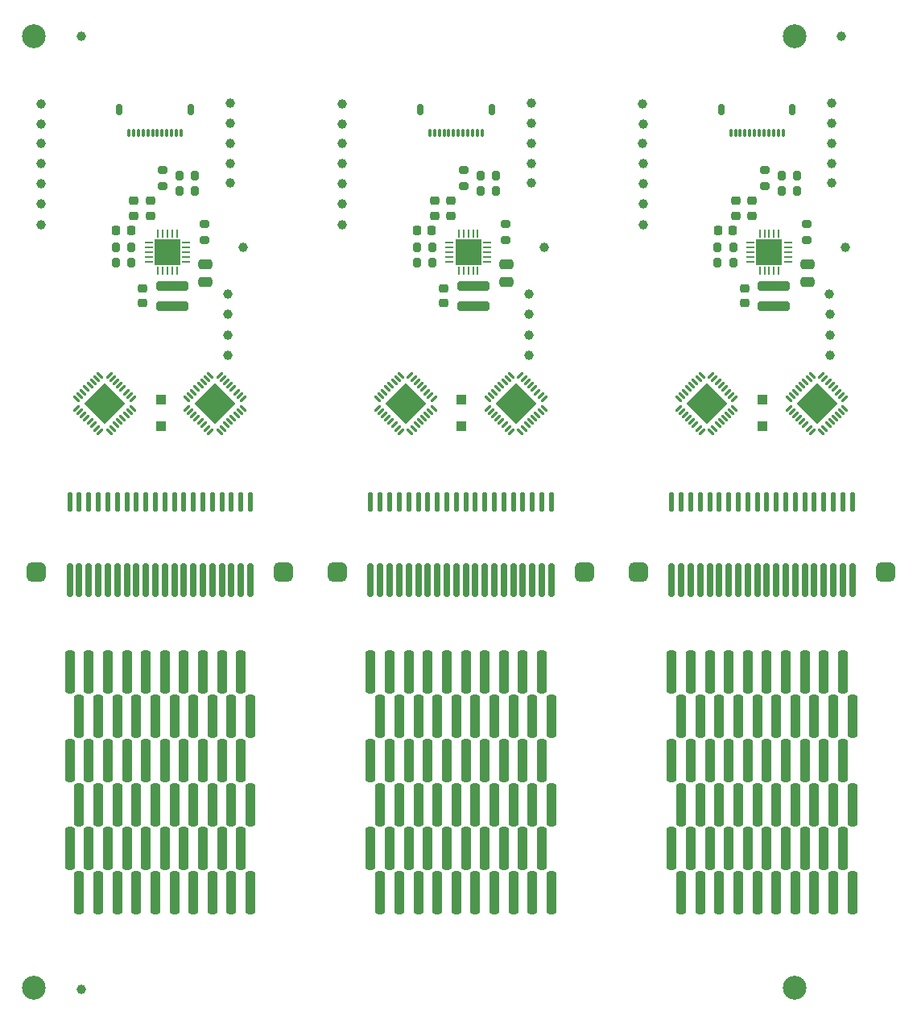
<source format=gbr>
%TF.GenerationSoftware,KiCad,Pcbnew,(6.0.5)*%
%TF.CreationDate,2022-11-09T23:01:59+01:00*%
%TF.ProjectId,piezo_driver_panel,7069657a-6f5f-4647-9269-7665725f7061,rev?*%
%TF.SameCoordinates,PXe4e1c0PYe4e1c0*%
%TF.FileFunction,Soldermask,Top*%
%TF.FilePolarity,Negative*%
%FSLAX46Y46*%
G04 Gerber Fmt 4.6, Leading zero omitted, Abs format (unit mm)*
G04 Created by KiCad (PCBNEW (6.0.5)) date 2022-11-09 23:01:59*
%MOMM*%
%LPD*%
G01*
G04 APERTURE LIST*
G04 Aperture macros list*
%AMRoundRect*
0 Rectangle with rounded corners*
0 $1 Rounding radius*
0 $2 $3 $4 $5 $6 $7 $8 $9 X,Y pos of 4 corners*
0 Add a 4 corners polygon primitive as box body*
4,1,4,$2,$3,$4,$5,$6,$7,$8,$9,$2,$3,0*
0 Add four circle primitives for the rounded corners*
1,1,$1+$1,$2,$3*
1,1,$1+$1,$4,$5*
1,1,$1+$1,$6,$7*
1,1,$1+$1,$8,$9*
0 Add four rect primitives between the rounded corners*
20,1,$1+$1,$2,$3,$4,$5,0*
20,1,$1+$1,$4,$5,$6,$7,0*
20,1,$1+$1,$6,$7,$8,$9,0*
20,1,$1+$1,$8,$9,$2,$3,0*%
%AMRotRect*
0 Rectangle, with rotation*
0 The origin of the aperture is its center*
0 $1 length*
0 $2 width*
0 $3 Rotation angle, in degrees counterclockwise*
0 Add horizontal line*
21,1,$1,$2,0,0,$3*%
G04 Aperture macros list end*
%ADD10C,1.000000*%
%ADD11RoundRect,0.225000X0.250000X-0.225000X0.250000X0.225000X-0.250000X0.225000X-0.250000X-0.225000X0*%
%ADD12RoundRect,0.200000X-0.200000X-0.275000X0.200000X-0.275000X0.200000X0.275000X-0.200000X0.275000X0*%
%ADD13RoundRect,0.200000X0.275000X-0.200000X0.275000X0.200000X-0.275000X0.200000X-0.275000X-0.200000X0*%
%ADD14RoundRect,0.075000X0.075000X0.325000X-0.075000X0.325000X-0.075000X-0.325000X0.075000X-0.325000X0*%
%ADD15RoundRect,0.150000X0.150000X0.450000X-0.150000X0.450000X-0.150000X-0.450000X0.150000X-0.450000X0*%
%ADD16RoundRect,0.062500X0.309359X-0.220971X-0.220971X0.309359X-0.309359X0.220971X0.220971X-0.309359X0*%
%ADD17RoundRect,0.062500X0.309359X0.220971X0.220971X0.309359X-0.309359X-0.220971X-0.220971X-0.309359X0*%
%ADD18RotRect,3.100000X3.100000X135.000000*%
%ADD19RoundRect,0.062500X-0.350000X-0.062500X0.350000X-0.062500X0.350000X0.062500X-0.350000X0.062500X0*%
%ADD20RoundRect,0.062500X-0.062500X-0.350000X0.062500X-0.350000X0.062500X0.350000X-0.062500X0.350000X0*%
%ADD21R,2.700000X2.700000*%
%ADD22C,2.500000*%
%ADD23R,1.100000X1.100000*%
%ADD24RoundRect,0.062500X-0.220971X-0.309359X0.309359X0.220971X0.220971X0.309359X-0.309359X-0.220971X0*%
%ADD25RoundRect,0.062500X0.220971X-0.309359X0.309359X-0.220971X-0.220971X0.309359X-0.309359X0.220971X0*%
%ADD26RotRect,3.100000X3.100000X45.000000*%
%ADD27RoundRect,0.225000X0.225000X0.250000X-0.225000X0.250000X-0.225000X-0.250000X0.225000X-0.250000X0*%
%ADD28RoundRect,0.250000X-0.475000X0.250000X-0.475000X-0.250000X0.475000X-0.250000X0.475000X0.250000X0*%
%ADD29RoundRect,0.200000X0.200000X0.275000X-0.200000X0.275000X-0.200000X-0.275000X0.200000X-0.275000X0*%
%ADD30RoundRect,0.200000X-0.275000X0.200000X-0.275000X-0.200000X0.275000X-0.200000X0.275000X0.200000X0*%
%ADD31RoundRect,0.125000X-0.125000X-0.875000X0.125000X-0.875000X0.125000X0.875000X-0.125000X0.875000X0*%
%ADD32RoundRect,0.500000X-0.500000X-0.500000X0.500000X-0.500000X0.500000X0.500000X-0.500000X0.500000X0*%
%ADD33RoundRect,0.150000X-0.150000X-1.600000X0.150000X-1.600000X0.150000X1.600000X-0.150000X1.600000X0*%
%ADD34RoundRect,0.250000X-0.250000X-2.000000X0.250000X-2.000000X0.250000X2.000000X-0.250000X2.000000X0*%
%ADD35RoundRect,0.250000X-1.450000X0.250000X-1.450000X-0.250000X1.450000X-0.250000X1.450000X0.250000X0*%
G04 APERTURE END LIST*
D10*
%TO.C,TP9*%
X23150000Y-13750000D03*
%TD*%
%TO.C,TP5*%
X24550000Y-24700000D03*
%TD*%
%TO.C,TP2*%
X22916666Y-36050000D03*
%TD*%
D11*
%TO.C,C5*%
X77250000Y-30575000D03*
X77250000Y-29025000D03*
%TD*%
D10*
%TO.C,TP6*%
X23150000Y-9550000D03*
%TD*%
%TO.C,TP13*%
X34908333Y-13800000D03*
%TD*%
%TO.C,TP13*%
X66558333Y-13800000D03*
%TD*%
D12*
%TO.C,R4*%
X17825000Y-18800000D03*
X19475000Y-18800000D03*
%TD*%
D10*
%TO.C,TP2*%
X86216666Y-36050000D03*
%TD*%
%TO.C,TP15*%
X3283332Y-20150000D03*
%TD*%
%TO.C,TP11*%
X23150000Y-15850000D03*
%TD*%
D11*
%TO.C,C3*%
X46400000Y-21375000D03*
X46400000Y-19825000D03*
%TD*%
D10*
%TO.C,TP6*%
X86450000Y-9550000D03*
%TD*%
D13*
%TO.C,R3*%
X20450000Y-23925000D03*
X20450000Y-22275000D03*
%TD*%
D12*
%TO.C,R1*%
X11125000Y-26300000D03*
X12775000Y-26300000D03*
%TD*%
D14*
%TO.C,J1*%
X75800000Y-12700000D03*
X76300000Y-12700000D03*
X76800000Y-12700000D03*
X77300000Y-12700000D03*
X77800000Y-12700000D03*
X78300000Y-12700000D03*
X78800000Y-12700000D03*
X79300000Y-12700000D03*
X79800000Y-12700000D03*
X80300000Y-12700000D03*
X80800000Y-12700000D03*
X81300000Y-12700000D03*
D15*
X82300000Y-10200000D03*
X74800000Y-10200000D03*
%TD*%
D16*
%TO.C,U2*%
X85336136Y-44061010D03*
X85689689Y-43707456D03*
X86043243Y-43353903D03*
X86396796Y-43000349D03*
X86750349Y-42646796D03*
X87103903Y-42293243D03*
X87457456Y-41939689D03*
X87811010Y-41586136D03*
D17*
X87811010Y-40613864D03*
X87457456Y-40260311D03*
X87103903Y-39906757D03*
X86750349Y-39553204D03*
X86396796Y-39199651D03*
X86043243Y-38846097D03*
X85689689Y-38492544D03*
X85336136Y-38138990D03*
D16*
X84363864Y-38138990D03*
X84010311Y-38492544D03*
X83656757Y-38846097D03*
X83303204Y-39199651D03*
X82949651Y-39553204D03*
X82596097Y-39906757D03*
X82242544Y-40260311D03*
X81888990Y-40613864D03*
D17*
X81888990Y-41586136D03*
X82242544Y-41939689D03*
X82596097Y-42293243D03*
X82949651Y-42646796D03*
X83303204Y-43000349D03*
X83656757Y-43353903D03*
X84010311Y-43707456D03*
X84363864Y-44061010D03*
D18*
X84850000Y-41100000D03*
%TD*%
D19*
%TO.C,U3*%
X14587500Y-24200000D03*
X14587500Y-24700000D03*
X14587500Y-25200000D03*
X14587500Y-25700000D03*
X14587500Y-26200000D03*
D20*
X15550000Y-27162500D03*
X16050000Y-27162500D03*
X16550000Y-27162500D03*
X17050000Y-27162500D03*
X17550000Y-27162500D03*
D19*
X18512500Y-26200000D03*
X18512500Y-25700000D03*
X18512500Y-25200000D03*
X18512500Y-24700000D03*
X18512500Y-24200000D03*
D20*
X17550000Y-23237500D03*
X17050000Y-23237500D03*
X16550000Y-23237500D03*
X16050000Y-23237500D03*
X15550000Y-23237500D03*
D21*
X16550000Y-25200000D03*
%TD*%
D10*
%TO.C,TP10*%
X54800000Y-11650000D03*
%TD*%
D12*
%TO.C,R2*%
X11125000Y-24700000D03*
X12775000Y-24700000D03*
%TD*%
D16*
%TO.C,U2*%
X22036136Y-44061010D03*
X22389689Y-43707456D03*
X22743243Y-43353903D03*
X23096796Y-43000349D03*
X23450349Y-42646796D03*
X23803903Y-42293243D03*
X24157456Y-41939689D03*
X24511010Y-41586136D03*
D17*
X24511010Y-40613864D03*
X24157456Y-40260311D03*
X23803903Y-39906757D03*
X23450349Y-39553204D03*
X23096796Y-39199651D03*
X22743243Y-38846097D03*
X22389689Y-38492544D03*
X22036136Y-38138990D03*
D16*
X21063864Y-38138990D03*
X20710311Y-38492544D03*
X20356757Y-38846097D03*
X20003204Y-39199651D03*
X19649651Y-39553204D03*
X19296097Y-39906757D03*
X18942544Y-40260311D03*
X18588990Y-40613864D03*
D17*
X18588990Y-41586136D03*
X18942544Y-41939689D03*
X19296097Y-42293243D03*
X19649651Y-42646796D03*
X20003204Y-43000349D03*
X20356757Y-43353903D03*
X20710311Y-43707456D03*
X21063864Y-44061010D03*
D18*
X21550000Y-41100000D03*
%TD*%
D10*
%TO.C,TP1*%
X54583332Y-33900000D03*
%TD*%
D12*
%TO.C,R1*%
X42775000Y-26300000D03*
X44425000Y-26300000D03*
%TD*%
D22*
%TO.C,REF\u002A\u002A*%
X2500000Y-102500000D03*
%TD*%
D11*
%TO.C,C5*%
X13950000Y-30575000D03*
X13950000Y-29025000D03*
%TD*%
D16*
%TO.C,U2*%
X53686136Y-44061010D03*
X54039689Y-43707456D03*
X54393243Y-43353903D03*
X54746796Y-43000349D03*
X55100349Y-42646796D03*
X55453903Y-42293243D03*
X55807456Y-41939689D03*
X56161010Y-41586136D03*
D17*
X56161010Y-40613864D03*
X55807456Y-40260311D03*
X55453903Y-39906757D03*
X55100349Y-39553204D03*
X54746796Y-39199651D03*
X54393243Y-38846097D03*
X54039689Y-38492544D03*
X53686136Y-38138990D03*
D16*
X52713864Y-38138990D03*
X52360311Y-38492544D03*
X52006757Y-38846097D03*
X51653204Y-39199651D03*
X51299651Y-39553204D03*
X50946097Y-39906757D03*
X50592544Y-40260311D03*
X50238990Y-40613864D03*
D17*
X50238990Y-41586136D03*
X50592544Y-41939689D03*
X50946097Y-42293243D03*
X51299651Y-42646796D03*
X51653204Y-43000349D03*
X52006757Y-43353903D03*
X52360311Y-43707456D03*
X52713864Y-44061010D03*
D18*
X53200000Y-41100000D03*
%TD*%
D10*
%TO.C,TP14*%
X34916666Y-15900000D03*
%TD*%
D23*
%TO.C,D1*%
X15850000Y-43500000D03*
X15850000Y-40700000D03*
%TD*%
D10*
%TO.C,TP4*%
X86200000Y-29600000D03*
%TD*%
%TO.C,TP12*%
X34949998Y-11700000D03*
%TD*%
D24*
%TO.C,U1*%
X38638990Y-41586136D03*
X38992544Y-41939689D03*
X39346097Y-42293243D03*
X39699651Y-42646796D03*
X40053204Y-43000349D03*
X40406757Y-43353903D03*
X40760311Y-43707456D03*
X41113864Y-44061010D03*
D25*
X42086136Y-44061010D03*
X42439689Y-43707456D03*
X42793243Y-43353903D03*
X43146796Y-43000349D03*
X43500349Y-42646796D03*
X43853903Y-42293243D03*
X44207456Y-41939689D03*
X44561010Y-41586136D03*
D24*
X44561010Y-40613864D03*
X44207456Y-40260311D03*
X43853903Y-39906757D03*
X43500349Y-39553204D03*
X43146796Y-39199651D03*
X42793243Y-38846097D03*
X42439689Y-38492544D03*
X42086136Y-38138990D03*
D25*
X41113864Y-38138990D03*
X40760311Y-38492544D03*
X40406757Y-38846097D03*
X40053204Y-39199651D03*
X39699651Y-39553204D03*
X39346097Y-39906757D03*
X38992544Y-40260311D03*
X38638990Y-40613864D03*
D26*
X41600000Y-41100000D03*
%TD*%
D10*
%TO.C,TP5*%
X56200000Y-24700000D03*
%TD*%
%TO.C,TP7*%
X34900000Y-9600000D03*
%TD*%
D22*
%TO.C,REF\u002A\u002A*%
X2500000Y-2500000D03*
%TD*%
D10*
%TO.C,TP2*%
X66591665Y-22300000D03*
%TD*%
%TO.C,REF\u002A\u002A*%
X7500000Y-2500000D03*
%TD*%
%TO.C,TP2*%
X34941665Y-22300000D03*
%TD*%
%TO.C,TP2*%
X86450000Y-17950000D03*
%TD*%
D12*
%TO.C,R4*%
X81125000Y-18800000D03*
X82775000Y-18800000D03*
%TD*%
D10*
%TO.C,TP3*%
X22949998Y-31750000D03*
%TD*%
%TO.C,TP9*%
X86450000Y-13750000D03*
%TD*%
%TO.C,TP8*%
X66574999Y-18000000D03*
%TD*%
D27*
%TO.C,C1*%
X44375000Y-22900000D03*
X42825000Y-22900000D03*
%TD*%
D19*
%TO.C,U3*%
X46237500Y-24200000D03*
X46237500Y-24700000D03*
X46237500Y-25200000D03*
X46237500Y-25700000D03*
X46237500Y-26200000D03*
D20*
X47200000Y-27162500D03*
X47700000Y-27162500D03*
X48200000Y-27162500D03*
X48700000Y-27162500D03*
X49200000Y-27162500D03*
D19*
X50162500Y-26200000D03*
X50162500Y-25700000D03*
X50162500Y-25200000D03*
X50162500Y-24700000D03*
X50162500Y-24200000D03*
D20*
X49200000Y-23237500D03*
X48700000Y-23237500D03*
X48200000Y-23237500D03*
X47700000Y-23237500D03*
X47200000Y-23237500D03*
D21*
X48200000Y-25200000D03*
%TD*%
D24*
%TO.C,U1*%
X6988990Y-41586136D03*
X7342544Y-41939689D03*
X7696097Y-42293243D03*
X8049651Y-42646796D03*
X8403204Y-43000349D03*
X8756757Y-43353903D03*
X9110311Y-43707456D03*
X9463864Y-44061010D03*
D25*
X10436136Y-44061010D03*
X10789689Y-43707456D03*
X11143243Y-43353903D03*
X11496796Y-43000349D03*
X11850349Y-42646796D03*
X12203903Y-42293243D03*
X12557456Y-41939689D03*
X12911010Y-41586136D03*
D24*
X12911010Y-40613864D03*
X12557456Y-40260311D03*
X12203903Y-39906757D03*
X11850349Y-39553204D03*
X11496796Y-39199651D03*
X11143243Y-38846097D03*
X10789689Y-38492544D03*
X10436136Y-38138990D03*
D25*
X9463864Y-38138990D03*
X9110311Y-38492544D03*
X8756757Y-38846097D03*
X8403204Y-39199651D03*
X8049651Y-39553204D03*
X7696097Y-39906757D03*
X7342544Y-40260311D03*
X6988990Y-40613864D03*
D26*
X9950000Y-41100000D03*
%TD*%
D13*
%TO.C,R3*%
X83750000Y-23925000D03*
X83750000Y-22275000D03*
%TD*%
D10*
%TO.C,TP2*%
X54800000Y-17950000D03*
%TD*%
%TO.C,TP2*%
X3291665Y-22300000D03*
%TD*%
%TO.C,TP6*%
X54800000Y-9550000D03*
%TD*%
D14*
%TO.C,J1*%
X12500000Y-12700000D03*
X13000000Y-12700000D03*
X13500000Y-12700000D03*
X14000000Y-12700000D03*
X14500000Y-12700000D03*
X15000000Y-12700000D03*
X15500000Y-12700000D03*
X16000000Y-12700000D03*
X16500000Y-12700000D03*
X17000000Y-12700000D03*
X17500000Y-12700000D03*
X18000000Y-12700000D03*
D15*
X11500000Y-10200000D03*
X19000000Y-10200000D03*
%TD*%
D11*
%TO.C,C5*%
X45600000Y-30575000D03*
X45600000Y-29025000D03*
%TD*%
%TO.C,C3*%
X78050000Y-21375000D03*
X78050000Y-19825000D03*
%TD*%
D10*
%TO.C,TP1*%
X22933332Y-33900000D03*
%TD*%
D28*
%TO.C,C4*%
X20550000Y-26450000D03*
X20550000Y-28350000D03*
%TD*%
D29*
%TO.C,R5*%
X19475000Y-17200000D03*
X17825000Y-17200000D03*
%TD*%
D10*
%TO.C,TP5*%
X87850000Y-24700000D03*
%TD*%
D30*
%TO.C,R6*%
X47700000Y-16575000D03*
X47700000Y-18225000D03*
%TD*%
%TO.C,R6*%
X79350000Y-16575000D03*
X79350000Y-18225000D03*
%TD*%
D10*
%TO.C,TP14*%
X66566666Y-15900000D03*
%TD*%
%TO.C,TP15*%
X66583332Y-20150000D03*
%TD*%
D12*
%TO.C,R2*%
X42775000Y-24700000D03*
X44425000Y-24700000D03*
%TD*%
D10*
%TO.C,TP4*%
X54550000Y-29600000D03*
%TD*%
D27*
%TO.C,C1*%
X76025000Y-22900000D03*
X74475000Y-22900000D03*
%TD*%
D10*
%TO.C,TP12*%
X3299998Y-11700000D03*
%TD*%
%TO.C,TP10*%
X86450000Y-11650000D03*
%TD*%
D12*
%TO.C,R4*%
X49475000Y-18800000D03*
X51125000Y-18800000D03*
%TD*%
D31*
%TO.C,piezo1*%
X37940000Y-51450000D03*
X38940000Y-51450000D03*
X39940000Y-51450000D03*
X40940000Y-51450000D03*
X41940000Y-51450000D03*
X42940000Y-51450000D03*
X43940000Y-51450000D03*
X44940000Y-51450000D03*
X45940000Y-51450000D03*
X46940000Y-51450000D03*
X47940000Y-51450000D03*
X48940000Y-51450000D03*
X49940000Y-51450000D03*
X50940000Y-51450000D03*
X51940000Y-51450000D03*
X52940000Y-51450000D03*
X53940000Y-51450000D03*
X54940000Y-51450000D03*
X55940000Y-51450000D03*
X56940000Y-51450000D03*
D32*
X60440000Y-58800000D03*
D33*
X53940000Y-59650000D03*
X42940000Y-59650000D03*
X38940000Y-59650000D03*
X47940000Y-59650000D03*
X50940000Y-59650000D03*
X43940000Y-59650000D03*
X39940000Y-59650000D03*
X55940000Y-59650000D03*
X49940000Y-59650000D03*
D32*
X34440000Y-58800000D03*
D33*
X37940000Y-59650000D03*
X41940000Y-59650000D03*
X45940000Y-59650000D03*
X52940000Y-59650000D03*
X46940000Y-59650000D03*
X40940000Y-59650000D03*
X54940000Y-59650000D03*
X56940000Y-59650000D03*
X51940000Y-59650000D03*
X48940000Y-59650000D03*
X44940000Y-59650000D03*
D34*
X52940000Y-74000000D03*
X43940000Y-87850000D03*
X54940000Y-92500000D03*
X46940000Y-92500000D03*
X47940000Y-78600000D03*
X44940000Y-83250000D03*
X46940000Y-83250000D03*
X48940000Y-83250000D03*
X45940000Y-87850000D03*
X55940000Y-69350000D03*
X55940000Y-78600000D03*
X50940000Y-92500000D03*
X52940000Y-92500000D03*
X47940000Y-69350000D03*
X40940000Y-92500000D03*
X51940000Y-87850000D03*
X39940000Y-78600000D03*
X50940000Y-83250000D03*
X40940000Y-74000000D03*
X56940000Y-83250000D03*
X54940000Y-83250000D03*
X38940000Y-92500000D03*
X38940000Y-83250000D03*
X41940000Y-78600000D03*
X42940000Y-74000000D03*
X42940000Y-92500000D03*
X54940000Y-74000000D03*
X40940000Y-83250000D03*
X50940000Y-74000000D03*
X41940000Y-69350000D03*
X47940000Y-87850000D03*
X49940000Y-87850000D03*
X43940000Y-78600000D03*
X38940000Y-74000000D03*
X53940000Y-69350000D03*
X44940000Y-92500000D03*
X53940000Y-87850000D03*
X45940000Y-78600000D03*
X48940000Y-74000000D03*
X52940000Y-83250000D03*
X46940000Y-74000000D03*
X48940000Y-92500000D03*
X56940000Y-74000000D03*
X45940000Y-69350000D03*
X37940000Y-78600000D03*
X37940000Y-87850000D03*
X43940000Y-69350000D03*
X42940000Y-83250000D03*
X51940000Y-69350000D03*
X39940000Y-87850000D03*
X56940000Y-92500000D03*
X49940000Y-78600000D03*
X55940000Y-87850000D03*
X37940000Y-69350000D03*
X49940000Y-69350000D03*
X51940000Y-78600000D03*
X53940000Y-78600000D03*
X44940000Y-74000000D03*
X41940000Y-87850000D03*
X39940000Y-69350000D03*
%TD*%
D11*
%TO.C,C2*%
X76350000Y-21375000D03*
X76350000Y-19825000D03*
%TD*%
D28*
%TO.C,C4*%
X52200000Y-26450000D03*
X52200000Y-28350000D03*
%TD*%
D22*
%TO.C,REF\u002A\u002A*%
X82500000Y-2500000D03*
%TD*%
D27*
%TO.C,C1*%
X12725000Y-22900000D03*
X11175000Y-22900000D03*
%TD*%
D31*
%TO.C,piezo1*%
X69590000Y-51450000D03*
X70590000Y-51450000D03*
X71590000Y-51450000D03*
X72590000Y-51450000D03*
X73590000Y-51450000D03*
X74590000Y-51450000D03*
X75590000Y-51450000D03*
X76590000Y-51450000D03*
X77590000Y-51450000D03*
X78590000Y-51450000D03*
X79590000Y-51450000D03*
X80590000Y-51450000D03*
X81590000Y-51450000D03*
X82590000Y-51450000D03*
X83590000Y-51450000D03*
X84590000Y-51450000D03*
X85590000Y-51450000D03*
X86590000Y-51450000D03*
X87590000Y-51450000D03*
X88590000Y-51450000D03*
D33*
X87590000Y-59650000D03*
X85590000Y-59650000D03*
X71590000Y-59650000D03*
X81590000Y-59650000D03*
X86590000Y-59650000D03*
X80590000Y-59650000D03*
X82590000Y-59650000D03*
D32*
X92090000Y-58800000D03*
D33*
X70590000Y-59650000D03*
X79590000Y-59650000D03*
X73590000Y-59650000D03*
X83590000Y-59650000D03*
X76590000Y-59650000D03*
X75590000Y-59650000D03*
D32*
X66090000Y-58800000D03*
D33*
X78590000Y-59650000D03*
X69590000Y-59650000D03*
X77590000Y-59650000D03*
X74590000Y-59650000D03*
X72590000Y-59650000D03*
X88590000Y-59650000D03*
X84590000Y-59650000D03*
D34*
X84590000Y-83250000D03*
X87590000Y-78600000D03*
X74590000Y-92500000D03*
X80590000Y-92500000D03*
X84590000Y-92500000D03*
X71590000Y-78600000D03*
X77590000Y-69350000D03*
X74590000Y-83250000D03*
X85590000Y-87850000D03*
X69590000Y-87850000D03*
X69590000Y-69350000D03*
X87590000Y-69350000D03*
X78590000Y-83250000D03*
X75590000Y-87850000D03*
X81590000Y-78600000D03*
X72590000Y-83250000D03*
X73590000Y-69350000D03*
X75590000Y-69350000D03*
X70590000Y-83250000D03*
X76590000Y-92500000D03*
X79590000Y-78600000D03*
X83590000Y-69350000D03*
X76590000Y-83250000D03*
X88590000Y-92500000D03*
X72590000Y-92500000D03*
X86590000Y-83250000D03*
X75590000Y-78600000D03*
X82590000Y-74000000D03*
X70590000Y-92500000D03*
X78590000Y-92500000D03*
X79590000Y-87850000D03*
X76590000Y-74000000D03*
X86590000Y-74000000D03*
X83590000Y-78600000D03*
X73590000Y-87850000D03*
X72590000Y-74000000D03*
X77590000Y-87850000D03*
X82590000Y-92500000D03*
X88590000Y-74000000D03*
X81590000Y-69350000D03*
X74590000Y-74000000D03*
X80590000Y-83250000D03*
X78590000Y-74000000D03*
X80590000Y-74000000D03*
X69590000Y-78600000D03*
X87590000Y-87850000D03*
X85590000Y-78600000D03*
X71590000Y-87850000D03*
X84590000Y-74000000D03*
X81590000Y-87850000D03*
X77590000Y-78600000D03*
X82590000Y-83250000D03*
X83590000Y-87850000D03*
X71590000Y-69350000D03*
X73590000Y-78600000D03*
X86590000Y-92500000D03*
X70590000Y-74000000D03*
X88590000Y-83250000D03*
X79590000Y-69350000D03*
X85590000Y-69350000D03*
%TD*%
D11*
%TO.C,C3*%
X14750000Y-21375000D03*
X14750000Y-19825000D03*
%TD*%
D10*
%TO.C,REF\u002A\u002A*%
X7500000Y-102700000D03*
%TD*%
D29*
%TO.C,R5*%
X82775000Y-17200000D03*
X81125000Y-17200000D03*
%TD*%
D10*
%TO.C,TP8*%
X34924999Y-18000000D03*
%TD*%
%TO.C,TP11*%
X86450000Y-15850000D03*
%TD*%
D13*
%TO.C,R3*%
X52100000Y-23925000D03*
X52100000Y-22275000D03*
%TD*%
D12*
%TO.C,R1*%
X74425000Y-26300000D03*
X76075000Y-26300000D03*
%TD*%
D10*
%TO.C,TP14*%
X3266666Y-15900000D03*
%TD*%
%TO.C,TP3*%
X54599998Y-31750000D03*
%TD*%
D23*
%TO.C,D1*%
X79150000Y-43500000D03*
X79150000Y-40700000D03*
%TD*%
D35*
%TO.C,L1*%
X48700000Y-28800000D03*
X48700000Y-30900000D03*
%TD*%
D10*
%TO.C,TP9*%
X54800000Y-13750000D03*
%TD*%
D19*
%TO.C,U3*%
X77887500Y-24200000D03*
X77887500Y-24700000D03*
X77887500Y-25200000D03*
X77887500Y-25700000D03*
X77887500Y-26200000D03*
D20*
X78850000Y-27162500D03*
X79350000Y-27162500D03*
X79850000Y-27162500D03*
X80350000Y-27162500D03*
X80850000Y-27162500D03*
D19*
X81812500Y-26200000D03*
X81812500Y-25700000D03*
X81812500Y-25200000D03*
X81812500Y-24700000D03*
X81812500Y-24200000D03*
D20*
X80850000Y-23237500D03*
X80350000Y-23237500D03*
X79850000Y-23237500D03*
X79350000Y-23237500D03*
X78850000Y-23237500D03*
D21*
X79850000Y-25200000D03*
%TD*%
D10*
%TO.C,REF\u002A\u002A*%
X87450000Y-2500000D03*
%TD*%
%TO.C,TP2*%
X54566666Y-36050000D03*
%TD*%
%TO.C,TP7*%
X3250000Y-9600000D03*
%TD*%
%TO.C,TP8*%
X3274999Y-18000000D03*
%TD*%
%TO.C,TP1*%
X86233332Y-33900000D03*
%TD*%
%TO.C,TP10*%
X23150000Y-11650000D03*
%TD*%
%TO.C,TP4*%
X22900000Y-29600000D03*
%TD*%
%TO.C,TP7*%
X66550000Y-9600000D03*
%TD*%
D14*
%TO.C,J1*%
X44150000Y-12700000D03*
X44650000Y-12700000D03*
X45150000Y-12700000D03*
X45650000Y-12700000D03*
X46150000Y-12700000D03*
X46650000Y-12700000D03*
X47150000Y-12700000D03*
X47650000Y-12700000D03*
X48150000Y-12700000D03*
X48650000Y-12700000D03*
X49150000Y-12700000D03*
X49650000Y-12700000D03*
D15*
X43150000Y-10200000D03*
X50650000Y-10200000D03*
%TD*%
D10*
%TO.C,TP12*%
X66599998Y-11700000D03*
%TD*%
D11*
%TO.C,C2*%
X13050000Y-21375000D03*
X13050000Y-19825000D03*
%TD*%
D29*
%TO.C,R5*%
X51125000Y-17200000D03*
X49475000Y-17200000D03*
%TD*%
D10*
%TO.C,TP13*%
X3258333Y-13800000D03*
%TD*%
D23*
%TO.C,D1*%
X47500000Y-43500000D03*
X47500000Y-40700000D03*
%TD*%
D11*
%TO.C,C2*%
X44700000Y-21375000D03*
X44700000Y-19825000D03*
%TD*%
D10*
%TO.C,TP3*%
X86249998Y-31750000D03*
%TD*%
D35*
%TO.C,L1*%
X17050000Y-28800000D03*
X17050000Y-30900000D03*
%TD*%
D12*
%TO.C,R2*%
X74425000Y-24700000D03*
X76075000Y-24700000D03*
%TD*%
D10*
%TO.C,TP15*%
X34933332Y-20150000D03*
%TD*%
D35*
%TO.C,L1*%
X80350000Y-28800000D03*
X80350000Y-30900000D03*
%TD*%
D31*
%TO.C,piezo1*%
X6290000Y-51450000D03*
X7290000Y-51450000D03*
X8290000Y-51450000D03*
X9290000Y-51450000D03*
X10290000Y-51450000D03*
X11290000Y-51450000D03*
X12290000Y-51450000D03*
X13290000Y-51450000D03*
X14290000Y-51450000D03*
X15290000Y-51450000D03*
X16290000Y-51450000D03*
X17290000Y-51450000D03*
X18290000Y-51450000D03*
X19290000Y-51450000D03*
X20290000Y-51450000D03*
X21290000Y-51450000D03*
X22290000Y-51450000D03*
X23290000Y-51450000D03*
X24290000Y-51450000D03*
X25290000Y-51450000D03*
D33*
X25290000Y-59650000D03*
D32*
X2790000Y-58800000D03*
D33*
X22290000Y-59650000D03*
X13290000Y-59650000D03*
X15290000Y-59650000D03*
X12290000Y-59650000D03*
X11290000Y-59650000D03*
X23290000Y-59650000D03*
D32*
X28790000Y-58800000D03*
D33*
X7290000Y-59650000D03*
X6290000Y-59650000D03*
X10290000Y-59650000D03*
X20290000Y-59650000D03*
X14290000Y-59650000D03*
X8290000Y-59650000D03*
X17290000Y-59650000D03*
X9290000Y-59650000D03*
X24290000Y-59650000D03*
X18290000Y-59650000D03*
X19290000Y-59650000D03*
X16290000Y-59650000D03*
X21290000Y-59650000D03*
D34*
X15290000Y-74000000D03*
X22290000Y-69350000D03*
X21290000Y-83250000D03*
X25290000Y-92500000D03*
X6290000Y-78600000D03*
X22290000Y-87850000D03*
X8290000Y-78600000D03*
X22290000Y-78600000D03*
X7290000Y-74000000D03*
X12290000Y-78600000D03*
X6290000Y-69350000D03*
X10290000Y-87850000D03*
X17290000Y-83250000D03*
X7290000Y-83250000D03*
X20290000Y-78600000D03*
X12290000Y-87850000D03*
X17290000Y-74000000D03*
X21290000Y-74000000D03*
X16290000Y-78600000D03*
X19290000Y-83250000D03*
X24290000Y-69350000D03*
X12290000Y-69350000D03*
X14290000Y-78600000D03*
X8290000Y-87850000D03*
X10290000Y-69350000D03*
X14290000Y-87850000D03*
X8290000Y-69350000D03*
X11290000Y-74000000D03*
X23290000Y-83250000D03*
X9290000Y-74000000D03*
X15290000Y-83250000D03*
X17290000Y-92500000D03*
X19290000Y-74000000D03*
X18290000Y-87850000D03*
X21290000Y-92500000D03*
X23290000Y-92500000D03*
X15290000Y-92500000D03*
X6290000Y-87850000D03*
X19290000Y-92500000D03*
X13290000Y-83250000D03*
X25290000Y-83250000D03*
X14290000Y-69350000D03*
X7290000Y-92500000D03*
X16290000Y-69350000D03*
X13290000Y-92500000D03*
X24290000Y-78600000D03*
X11290000Y-83250000D03*
X18290000Y-78600000D03*
X25290000Y-74000000D03*
X10290000Y-78600000D03*
X11290000Y-92500000D03*
X18290000Y-69350000D03*
X9290000Y-92500000D03*
X13290000Y-74000000D03*
X24290000Y-87850000D03*
X23290000Y-74000000D03*
X20290000Y-87850000D03*
X16290000Y-87850000D03*
X20290000Y-69350000D03*
X9290000Y-83250000D03*
%TD*%
D10*
%TO.C,TP11*%
X54800000Y-15850000D03*
%TD*%
D30*
%TO.C,R6*%
X16050000Y-16575000D03*
X16050000Y-18225000D03*
%TD*%
D28*
%TO.C,C4*%
X83850000Y-26450000D03*
X83850000Y-28350000D03*
%TD*%
D10*
%TO.C,TP2*%
X23150000Y-17950000D03*
%TD*%
D24*
%TO.C,U1*%
X70288990Y-41586136D03*
X70642544Y-41939689D03*
X70996097Y-42293243D03*
X71349651Y-42646796D03*
X71703204Y-43000349D03*
X72056757Y-43353903D03*
X72410311Y-43707456D03*
X72763864Y-44061010D03*
D25*
X73736136Y-44061010D03*
X74089689Y-43707456D03*
X74443243Y-43353903D03*
X74796796Y-43000349D03*
X75150349Y-42646796D03*
X75503903Y-42293243D03*
X75857456Y-41939689D03*
X76211010Y-41586136D03*
D24*
X76211010Y-40613864D03*
X75857456Y-40260311D03*
X75503903Y-39906757D03*
X75150349Y-39553204D03*
X74796796Y-39199651D03*
X74443243Y-38846097D03*
X74089689Y-38492544D03*
X73736136Y-38138990D03*
D25*
X72763864Y-38138990D03*
X72410311Y-38492544D03*
X72056757Y-38846097D03*
X71703204Y-39199651D03*
X71349651Y-39553204D03*
X70996097Y-39906757D03*
X70642544Y-40260311D03*
X70288990Y-40613864D03*
D26*
X73250000Y-41100000D03*
%TD*%
D22*
%TO.C,REF\u002A\u002A*%
X82500000Y-102500000D03*
%TD*%
M02*

</source>
